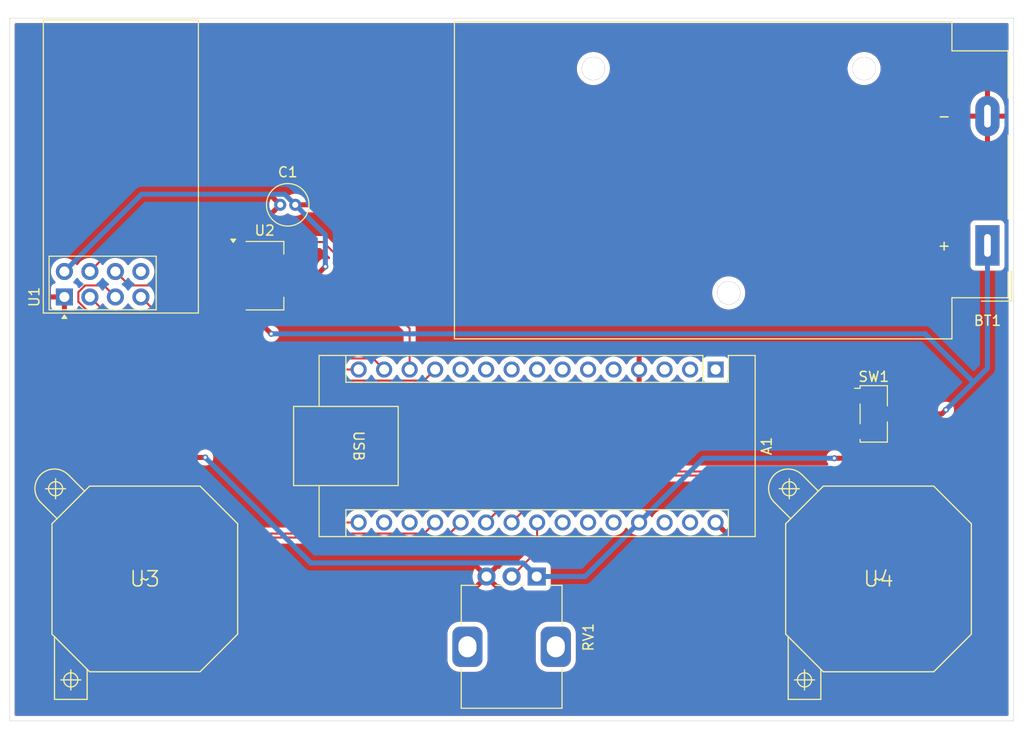
<source format=kicad_pcb>
(kicad_pcb (version 20241229) (generator "pcbnew") (generator_version "9.0")
  (layers (0 "F.Cu" signal) (2 "B.Cu" signal) (13 "F.Paste" user) (15 "B.Paste" user) (5 "F.SilkS" user "F.Silkscreen") (7 "B.SilkS" user "B.Silkscreen") (1 "F.Mask" user) (3 "B.Mask" user) (25 "Edge.Cuts" user))
  (net 0 "")
  (net 2 "GND")
  (net 4 "/A0")
  (net 6 "/A3")
  (net 9 "/MOSI")
  (net 11 "+5V")
  (net 12 "/SCK")
  (net 16 "Net-(A1-VIN)")
  (net 17 "/CE")
  (net 19 "/A4")
  (net 23 "/A2")
  (net 24 "/A1")
  (net 25 "/MISO")
  (net 27 "/CSN")
  (net 31 "/+Battery")
  (net 32 "+3.3V")
  (footprint "Module:Arduino_Nano" (layer "F.Cu") (at 172.3772 92.7088 -90)
    (property "Reference" "A1" (at 7.62 -5.08 90) (layer "F.SilkS"))
    (property "Value" "Arduino_Nano_v3.x")
    (fp_line (start 3.68 42.04) (end 3.68 31.62) (stroke (width 0.12)) (layer "F.SilkS"))
    (fp_line (start 11.56 42.04) (end 3.68 42.04) (stroke (width 0.12)) (layer "F.SilkS"))
    (fp_line (start -1.4 39.5) (end 3.68 39.5) (stroke (width 0.12)) (layer "F.SilkS"))
    (fp_line (start 16.64 39.5) (end 11.56 39.5) (stroke (width 0.12)) (layer "F.SilkS"))
    (fp_line (start 16.64 39.5) (end 16.64 -3.94) (stroke (width 0.12)) (layer "F.SilkS"))
    (fp_line (start 1.27 36.83) (end -1.4 36.83) (stroke (width 0.12)) (layer "F.SilkS"))
    (fp_line (start 13.97 36.83) (end 16.64 36.83) (stroke (width 0.12)) (layer "F.SilkS"))
    (fp_line (start 3.68 31.62) (end 11.56 31.62) (stroke (width 0.12)) (layer "F.SilkS"))
    (fp_line (start 11.56 31.62) (end 11.56 42.04) (stroke (width 0.12)) (layer "F.SilkS"))
    (fp_line (start -1.4 1.27) (end -1.4 39.5) (stroke (width 0.12)) (layer "F.SilkS"))
    (fp_line (start 1.27 1.27) (end 1.27 36.83) (stroke (width 0.12)) (layer "F.SilkS"))
    (fp_line (start 1.27 1.27) (end -1.4 1.27) (stroke (width 0.12)) (layer "F.SilkS"))
    (fp_line (start 1.27 1.27) (end 1.27 -1.27) (stroke (width 0.12)) (layer "F.SilkS"))
    (fp_line (start 1.27 -1.27) (end -1.4 -1.27) (stroke (width 0.12)) (layer "F.SilkS"))
    (fp_line (start 13.97 -1.27) (end 13.97 36.83) (stroke (width 0.12)) (layer "F.SilkS"))
    (fp_line (start 13.97 -1.27) (end 16.64 -1.27) (stroke (width 0.12)) (layer "F.SilkS"))
    (fp_line (start -1.4 -3.94) (end -1.4 -1.27) (stroke (width 0.12)) (layer "F.SilkS"))
    (fp_line (start 16.64 -3.94) (end -1.4 -3.94) (stroke (width 0.12)) (layer "F.SilkS"))
    (fp_text user "USB" (at 7.62 35.56 270) (layer "F.SilkS"))
    (pad "1" thru_hole rect (at 0 0 270) (size 1.6 1.6) (drill 1) (layers "*.Cu" "*.Mask"))
    (pad "2" thru_hole oval (at 0 2.54 270) (size 1.6 1.6) (drill 1) (layers "*.Cu" "*.Mask"))
    (pad "3" thru_hole oval (at 0 5.08 270) (size 1.6 1.6) (drill 1) (layers "*.Cu" "*.Mask"))
    (pad "4" thru_hole oval (at 0 7.62 270) (size 1.6 1.6) (drill 1) (layers "*.Cu" "*.Mask") (net 2 "GND"))
    (pad "5" thru_hole oval (at 0 10.16 270) (size 1.6 1.6) (drill 1) (layers "*.Cu" "*.Mask"))
    (pad "6" thru_hole oval (at 0 12.7 270) (size 1.6 1.6) (drill 1) (layers "*.Cu" "*.Mask"))
    (pad "7" thru_hole oval (at 0 15.24 270) (size 1.6 1.6) (drill 1) (layers "*.Cu" "*.Mask"))
    (pad "8" thru_hole oval (at 0 17.78 270) (size 1.6 1.6) (drill 1) (layers "*.Cu" "*.Mask"))
    (pad "9" thru_hole oval (at 0 20.32 270) (size 1.6 1.6) (drill 1) (layers "*.Cu" "*.Mask"))
    (pad "10" thru_hole oval (at 0 22.86 270) (size 1.6 1.6) (drill 1) (layers "*.Cu" "*.Mask"))
    (pad "11" thru_hole oval (at 0 25.4 270) (size 1.6 1.6) (drill 1) (layers "*.Cu" "*.Mask"))
    (pad "12" thru_hole oval (at 0 27.94 270) (size 1.6 1.6) (drill 1) (layers "*.Cu" "*.Mask") (net 17 "/CE"))
    (pad "13" thru_hole oval (at 0 30.48 270) (size 1.6 1.6) (drill 1) (layers "*.Cu" "*.Mask") (net 27 "/CSN"))
    (pad "14" thru_hole oval (at 0 33.02 270) (size 1.6 1.6) (drill 1) (layers "*.Cu" "*.Mask") (net 9 "/MOSI"))
    (pad "15" thru_hole oval (at 0 35.56 270) (size 1.6 1.6) (drill 1) (layers "*.Cu" "*.Mask") (net 25 "/MISO"))
    (pad "16" thru_hole oval (at 15.24 35.56 270) (size 1.6 1.6) (drill 1) (layers "*.Cu" "*.Mask") (net 12 "/SCK"))
    (pad "17" thru_hole oval (at 15.24 33.02 270) (size 1.6 1.6) (drill 1) (layers "*.Cu" "*.Mask"))
    (pad "18" thru_hole oval (at 15.24 30.48 270) (size 1.6 1.6) (drill 1) (layers "*.Cu" "*.Mask"))
    (pad "19" thru_hole oval (at 15.24 27.94 270) (size 1.6 1.6) (drill 1) (layers "*.Cu" "*.Mask") (net 4 "/A0"))
    (pad "20" thru_hole oval (at 15.24 25.4 270) (size 1.6 1.6) (drill 1) (layers "*.Cu" "*.Mask") (net 24 "/A1"))
    (pad "21" thru_hole oval (at 15.24 22.86 270) (size 1.6 1.6) (drill 1) (layers "*.Cu" "*.Mask") (net 23 "/A2"))
    (pad "22" thru_hole oval (at 15.24 20.32 270) (size 1.6 1.6) (drill 1) (layers "*.Cu" "*.Mask") (net 6 "/A3"))
    (pad "23" thru_hole oval (at 15.24 17.78 270) (size 1.6 1.6) (drill 1) (layers "*.Cu" "*.Mask") (net 19 "/A4"))
    (pad "24" thru_hole oval (at 15.24 15.24 270) (size 1.6 1.6) (drill 1) (layers "*.Cu" "*.Mask"))
    (pad "25" thru_hole oval (at 15.24 12.7 270) (size 1.6 1.6) (drill 1) (layers "*.Cu" "*.Mask"))
    (pad "26" thru_hole oval (at 15.24 10.16 270) (size 1.6 1.6) (drill 1) (layers "*.Cu" "*.Mask"))
    (pad "27" thru_hole oval (at 15.24 7.62 270) (size 1.6 1.6) (drill 1) (layers "*.Cu" "*.Mask") (net 11 "+5V"))
    (pad "28" thru_hole oval (at 15.24 5.08 270) (size 1.6 1.6) (drill 1) (layers "*.Cu" "*.Mask"))
    (pad "29" thru_hole oval (at 15.24 2.54 270) (size 1.6 1.6) (drill 1) (layers "*.Cu" "*.Mask"))
    (pad "30" thru_hole oval (at 15.24 0 270) (size 1.6 1.6) (drill 1) (layers "*.Cu" "*.Mask") (net 16 "Net-(A1-VIN)"))
  )
  (footprint "Sparkyfun:JOYSTICK-PSP1000" (layer "F.Cu") (at 188.606544 113.571134)
    (property "Reference" "U4" (at 0 0 0) (layer "F.SilkS") (effects (font (size 1.524 1.524))))
    (property "Value" "~" (at 0 0 0) (layer "F.SilkS") (effects (font (size 1.524 1.524))))
    (fp_line (start -10.39876 -7.65556) (end -8.74776 -5.99948) (stroke (width 0.127)) (layer "F.SilkS"))
    (fp_line (start -9.88822 -8.98398) (end -7.88924 -8.98398) (stroke (width 0.127)) (layer "F.SilkS"))
    (fp_line (start -9.24814 5.4991) (end -9.24814 -5.4991) (stroke (width 0.127)) (layer "F.SilkS"))
    (fp_line (start -9.24814 5.4991) (end -8.99922 5.74802) (stroke (width 0.127)) (layer "F.SilkS"))
    (fp_line (start -8.99922 5.74802) (end -8.99922 11.99896) (stroke (width 0.127)) (layer "F.SilkS"))
    (fp_line (start -8.99922 5.74802) (end -5.74802 8.99922) (stroke (width 0.127)) (layer "F.SilkS"))
    (fp_line (start -8.99922 11.99896) (end -5.74802 11.99896) (stroke (width 0.127)) (layer "F.SilkS"))
    (fp_line (start -8.89 -7.98322) (end -8.89 -9.98474) (stroke (width 0.127)) (layer "F.SilkS"))
    (fp_line (start -8.74776 -5.99948) (end -9.24814 -5.4991) (stroke (width 0.127)) (layer "F.SilkS"))
    (fp_line (start -8.37438 10.0584) (end -6.37286 10.0584) (stroke (width 0.127)) (layer "F.SilkS"))
    (fp_line (start -7.64794 -10.40638) (end -5.99948 -8.74776) (stroke (width 0.127)) (layer "F.SilkS"))
    (fp_line (start -7.37362 11.05916) (end -7.37362 9.05764) (stroke (width 0.127)) (layer "F.SilkS"))
    (fp_line (start -5.99948 -8.74776) (end -8.74776 -5.99948) (stroke (width 0.127)) (layer "F.SilkS"))
    (fp_line (start -5.74802 8.99922) (end -5.4991 9.24814) (stroke (width 0.127)) (layer "F.SilkS"))
    (fp_line (start -5.74802 11.99896) (end -5.74802 8.99922) (stroke (width 0.127)) (layer "F.SilkS"))
    (fp_line (start -5.4991 -9.24814) (end -5.99948 -8.74776) (stroke (width 0.127)) (layer "F.SilkS"))
    (fp_line (start -5.4991 -9.24814) (end 5.4991 -9.24814) (stroke (width 0.127)) (layer "F.SilkS"))
    (fp_line (start -5.4991 9.24814) (end 5.4991 9.24814) (stroke (width 0.127)) (layer "F.SilkS"))
    (fp_line (start 5.4991 -9.24814) (end 9.24814 -5.4991) (stroke (width 0.127)) (layer "F.SilkS"))
    (fp_line (start 9.24814 5.4991) (end 5.4991 9.24814) (stroke (width 0.127)) (layer "F.SilkS"))
    (fp_line (start 9.24814 5.4991) (end 9.24814 -5.4991) (stroke (width 0.127)) (layer "F.SilkS"))
    (fp_arc (start -10.37844 -7.63016) (mid -10.37844 -10.37844) (end -7.63016 -10.37844) (stroke (width 0.127)) (layer "F.SilkS"))
    (fp_circle (center -8.89 -8.98398) (end -9.38784 -9.48182) (stroke (width 0.127)) (fill no) (layer "F.SilkS"))
    (fp_circle (center -7.37362 10.0584) (end -7.87146 10.55624) (stroke (width 0.127)) (fill no) (layer "F.SilkS"))
    (pad "1" smd rect (at -2.99974 -7.74954 90) (size 4.49834 1.4986) (layers "F.Cu" "F.Mask" "F.Paste") (net 2 "GND"))
    (pad "2" smd rect (at 0.99822 -7.74954 90) (size 4.49834 1.4986) (layers "F.Cu" "F.Mask" "F.Paste") (net 11 "+5V"))
    (pad "3" smd rect (at 2.99974 -7.74954 90) (size 4.49834 1.4986) (layers "F.Cu" "F.Mask" "F.Paste") (net 23 "/A2"))
    (pad "4" smd rect (at -0.99822 -7.74954 90) (size 4.49834 1.4986) (layers "F.Cu" "F.Mask" "F.Paste") (net 6 "/A3"))
  )
  (footprint "RF_Module:nRF24L01_Breakout" (layer "F.Cu") (at 107.5066 85.4843 90)
    (property "Reference" "U1" (at 0 -3 90) (layer "F.SilkS"))
    (property "Value" "NRF24L01_Breakout")
    (fp_line (start 27.6 -2.1) (end 27.6 13.35) (stroke (width 0.12)) (layer "F.SilkS"))
    (fp_line (start -1.6 -2.1) (end 27.6 -2.1) (stroke (width 0.12)) (layer "F.SilkS"))
    (fp_line (start -1.6 -2.1) (end -1.6 -2.1) (stroke (width 0.12)) (layer "F.SilkS"))
    (fp_line (start 4.064 -1.524) (end 4.064 9.144) (stroke (width 0.12)) (layer "F.SilkS"))
    (fp_line (start -1.27 -1.524) (end 4.064 -1.524) (stroke (width 0.12)) (layer "F.SilkS"))
    (fp_line (start -1.27 -1.524) (end -1.27 -1.524) (stroke (width 0.12)) (layer "F.SilkS"))
    (fp_line (start 4.064 9.144) (end -1.27 9.144) (stroke (width 0.12)) (layer "F.SilkS"))
    (fp_line (start -1.27 9.144) (end -1.27 -1.524) (stroke (width 0.12)) (layer "F.SilkS"))
    (fp_line (start -1.27 9.144) (end -1.27 9.144) (stroke (width 0.12)) (layer "F.SilkS"))
    (fp_line (start 27.6 13.35) (end -1.6 13.35) (stroke (width 0.12)) (layer "F.SilkS"))
    (fp_line (start -1.6 13.35) (end -1.6 -2.1) (stroke (width 0.12)) (layer "F.SilkS"))
    (fp_poly (pts (xy -1.8 0) (xy -2.136 0.24) (xy -2.136 -0.24) (xy -1.8 0)) (stroke (width 0.12)) (fill yes) (layer "F.SilkS"))
    (pad "1" thru_hole rect (at 0 0 90) (size 1.7 1.7) (drill 1) (layers "*.Cu" "*.Mask") (net 2 "GND"))
    (pad "2" thru_hole circle (at 2.54 0 90) (size 1.7 1.7) (drill 1) (layers "*.Cu" "*.Mask") (net 32 "+3.3V"))
    (pad "3" thru_hole circle (at 0 2.54 90) (size 1.7 1.7) (drill 1) (layers "*.Cu" "*.Mask") (net 17 "/CE"))
    (pad "4" thru_hole circle (at 2.54 2.54 90) (size 1.7 1.7) (drill 1) (layers "*.Cu" "*.Mask") (net 27 "/CSN"))
    (pad "5" thru_hole circle (at 0 5.08 90) (size 1.7 1.7) (drill 1) (layers "*.Cu" "*.Mask") (net 12 "/SCK"))
    (pad "6" thru_hole circle (at 2.54 5.08 90) (size 1.7 1.7) (drill 1) (layers "*.Cu" "*.Mask") (net 9 "/MOSI"))
    (pad "7" thru_hole circle (at 0 7.62 90) (size 1.7 1.7) (drill 1) (layers "*.Cu" "*.Mask") (net 25 "/MISO"))
    (pad "8" thru_hole circle (at 2.54 7.62 90) (size 1.7 1.7) (drill 1) (layers "*.Cu" "*.Mask"))
  )
  (footprint "Potentiometer_THT:Potentiometer_Alps_RK09K_Single_Vertical" (layer "F.Cu") (at 154.5572 113.33 -90)
    (property "Reference" "RV1" (at 6.05 -5.15 90) (layer "F.SilkS"))
    (property "Value" "R_Potentiometer")
    (fp_line (start 0.88 7.52) (end 4.817 7.52) (stroke (width 0.12)) (layer "F.SilkS"))
    (fp_line (start 9.184 7.52) (end 13.12 7.52) (stroke (width 0.12)) (layer "F.SilkS"))
    (fp_line (start 0.88 5.87) (end 0.88 7.52) (stroke (width 0.12)) (layer "F.SilkS"))
    (fp_line (start 0.88 3.371) (end 0.88 4.13) (stroke (width 0.12)) (layer "F.SilkS"))
    (fp_line (start 0.88 1.25) (end 0.88 1.63) (stroke (width 0.12)) (layer "F.SilkS"))
    (fp_line (start 0.88 -2.521) (end 0.88 -1.2) (stroke (width 0.12)) (layer "F.SilkS"))
    (fp_line (start 0.88 -2.521) (end 4.817 -2.521) (stroke (width 0.12)) (layer "F.SilkS"))
    (fp_line (start 9.184 -2.521) (end 13.12 -2.521) (stroke (width 0.12)) (layer "F.SilkS"))
    (fp_line (start 13.12 -2.521) (end 13.12 7.52) (stroke (width 0.12)) (layer "F.SilkS"))
    (pad "1" thru_hole rect (at 0 0 270) (size 1.8 1.8) (drill 1) (layers "*.Cu" "*.Mask") (net 11 "+5V"))
    (pad "2" thru_hole circle (at 0 2.5 270) (size 1.8 1.8) (drill 1) (layers "*.Cu" "*.Mask") (net 19 "/A4"))
    (pad "3" thru_hole circle (at 0 5 270) (size 1.8 1.8) (drill 1) (layers "*.Cu" "*.Mask") (net 2 "GND"))
    (pad "MP" thru_hole roundrect (at 7 -1.9 270) (size 4 3) (drill oval 2.1 1.8) (layers "*.Cu" "*.Mask"))
    (pad "MP" thru_hole roundrect (at 7 6.9 270) (size 4 3) (drill oval 2.1 1.8) (layers "*.Cu" "*.Mask"))
  )
  (footprint "Button_Switch_SMD:Nidec_Copal_CAS-120A" (layer "F.Cu") (at 188.1308 97.1296)
    (property "Reference" "SW1" (at 0 -3.7 0) (layer "F.SilkS"))
    (property "Value" "SW_Nidec_CAS-120A1")
    (fp_line (start -1.36 -2.81) (end 1.36 -2.81) (stroke (width 0.12)) (layer "F.SilkS"))
    (fp_line (start -1.36 -2.55) (end -1.9 -2.55) (stroke (width 0.12)) (layer "F.SilkS"))
    (fp_line (start -1.36 -2.55) (end -1.36 -2.8) (stroke (width 0.12)) (layer "F.SilkS"))
    (fp_line (start -1.36 -0.98) (end -1.36 0.98) (stroke (width 0.12)) (layer "F.SilkS"))
    (fp_line (start -1.36 2.81) (end -1.36 2.55) (stroke (width 0.12)) (layer "F.SilkS"))
    (fp_line (start 1.35 2.81) (end -1.35 2.81) (stroke (width 0.12)) (layer "F.SilkS"))
    (fp_line (start 1.36 -2.81) (end 1.36 -0.8) (stroke (width 0.12)) (layer "F.SilkS"))
    (fp_line (start 1.36 0.8) (end 1.36 2.81) (stroke (width 0.12)) (layer "F.SilkS"))
    (pad "1" smd roundrect (at -1.15 -1.75 270) (size 1 1.6) (layers "F.Cu" "F.Mask" "F.Paste") (net 16 "Net-(A1-VIN)"))
    (pad "2" smd roundrect (at 1.15 0 270) (size 1 1.6) (layers "F.Cu" "F.Mask" "F.Paste") (net 31 "/+Battery"))
    (pad "3" smd roundrect (at -1.15 1.75 270) (size 1 1.6) (layers "F.Cu" "F.Mask" "F.Paste"))
  )
  (footprint "Sparkyfun:JOYSTICK-PSP1000" (layer "F.Cu") (at 115.5192 113.571134)
    (property "Reference" "U3" (at 0 0 0) (layer "F.SilkS") (effects (font (size 1.524 1.524))))
    (property "Value" "~" (at 0 0 0) (layer "F.SilkS") (effects (font (size 1.524 1.524))))
    (fp_line (start -10.39876 -7.65556) (end -8.74776 -5.99948) (stroke (width 0.127)) (layer "F.SilkS"))
    (fp_line (start -9.88822 -8.98398) (end -7.88924 -8.98398) (stroke (width 0.127)) (layer "F.SilkS"))
    (fp_line (start -9.24814 5.4991) (end -9.24814 -5.4991) (stroke (width 0.127)) (layer "F.SilkS"))
    (fp_line (start -9.24814 5.4991) (end -8.99922 5.74802) (stroke (width 0.127)) (layer "F.SilkS"))
    (fp_line (start -8.99922 5.74802) (end -8.99922 11.99896) (stroke (width 0.127)) (layer "F.SilkS"))
    (fp_line (start -8.99922 5.74802) (end -5.74802 8.99922) (stroke (width 0.127)) (layer "F.SilkS"))
    (fp_line (start -8.99922 11.99896) (end -5.74802 11.99896) (stroke (width 0.127)) (layer "F.SilkS"))
    (fp_line (start -8.89 -7.98322) (end -8.89 -9.98474) (stroke (width 0.127)) (layer "F.SilkS"))
    (fp_line (start -8.74776 -5.99948) (end -9.24814 -5.4991) (stroke (width 0.127)) (layer "F.SilkS"))
    (fp_line (start -8.37438 10.0584) (end -6.37286 10.0584) (stroke (width 0.127)) (layer "F.SilkS"))
    (fp_line (start -7.64794 -10.40638) (end -5.99948 -8.74776) (stroke (width 0.127)) (layer "F.SilkS"))
    (fp_line (start -7.37362 11.05916) (end -7.37362 9.05764) (stroke (width 0.127)) (layer "F.SilkS"))
    (fp_line (start -5.99948 -8.74776) (end -8.74776 -5.99948) (stroke (width 0.127)) (layer "F.SilkS"))
    (fp_line (start -5.74802 8.99922) (end -5.4991 9.24814) (stroke (width 0.127)) (layer "F.SilkS"))
    (fp_line (start -5.74802 11.99896) (end -5.74802 8.99922) (stroke (width 0.127)) (layer "F.SilkS"))
    (fp_line (start -5.4991 -9.24814) (end -5.99948 -8.74776) (stroke (width 0.127)) (layer "F.SilkS"))
    (fp_line (start -5.4991 -9.24814) (end 5.4991 -9.24814) (stroke (width 0.127)) (layer "F.SilkS"))
    (fp_line (start -5.4991 9.24814) (end 5.4991 9.24814) (stroke (width 0.127)) (layer "F.SilkS"))
    (fp_line (start 5.4991 -9.24814) (end 9.24814 -5.4991) (stroke (width 0.127)) (layer "F.SilkS"))
    (fp_line (start 9.24814 5.4991) (end 5.4991 9.24814) (stroke (width 0.127)) (layer "F.SilkS"))
    (fp_line (start 9.24814 5.4991) (end 9.24814 -5.4991) (stroke (width 0.127)) (layer "F.SilkS"))
    (fp_arc (start -10.37844 -7.63016) (mid -10.37844 -10.37844) (end -7.63016 -10.37844) (stroke (width 0.127)) (layer "F.SilkS"))
    (fp_circle (center -8.89 -8.98398) (end -9.38784 -9.48182) (stroke (width 0.127)) (fill no) (layer "F.SilkS"))
    (fp_circle (center -7.37362 10.0584) (end -7.87146 10.55624) (stroke (width 0.127)) (fill no) (layer "F.SilkS"))
    (pad "1" smd rect (at -2.99974 -7.74954 90) (size 4.49834 1.4986) (layers "F.Cu" "F.Mask" "F.Paste") (net 2 "GND"))
    (pad "2" smd rect (at 0.99822 -7.74954 90) (size 4.49834 1.4986) (layers "F.Cu" "F.Mask" "F.Paste") (net 11 "+5V"))
    (pad "3" smd rect (at 2.99974 -7.74954 90) (size 4.49834 1.4986) (layers "F.Cu" "F.Mask" "F.Paste") (net 4 "/A0"))
    (pad "4" smd rect (at -0.99822 -7.74954 90) (size 4.49834 1.4986) (layers "F.Cu" "F.Mask" "F.Paste") (net 24 "/A1"))
  )
  (footprint "Package_TO_SOT_SMD:SOT-223-3_TabPin2" (layer "F.Cu") (at 127.4568 83.3628)
    (property "Reference" "U2" (at 0 -4.5 0) (layer "F.SilkS"))
    (property "Value" "AMS1117")
    (fp_line (start -1.85 -3.41) (end 1.91 -3.41) (stroke (width 0.12)) (layer "F.SilkS"))
    (fp_line (start -1.85 3.41) (end 1.91 3.41) (stroke (width 0.12)) (layer "F.SilkS"))
    (fp_line (start 1.91 -3.41) (end 1.91 -2.15) (stroke (width 0.12)) (layer "F.SilkS"))
    (fp_line (start 1.91 3.41) (end 1.91 2.15) (stroke (width 0.12)) (layer "F.SilkS"))
    (fp_poly (pts (xy -3.13 -3.31) (xy -3.37 -3.64) (xy -2.89 -3.64) (xy -3.13 -3.31)) (stroke (width 0.12)) (fill yes) (layer "F.SilkS"))
    (pad "1" smd roundrect (at -3.15 -2.3) (size 2 1.5) (layers "F.Cu" "F.Mask" "F.Paste") (net 2 "GND"))
    (pad "2" smd roundrect (at -3.15 0) (size 2 1.5) (layers "F.Cu" "F.Mask" "F.Paste") (net 32 "+3.3V"))
    (pad "2" smd roundrect (at 3.15 0) (size 2 3.8) (layers "F.Cu" "F.Mask" "F.Paste") (net 32 "+3.3V"))
    (pad "3" smd roundrect (at -3.15 2.3) (size 2 1.5) (layers "F.Cu" "F.Mask" "F.Paste") (net 31 "/+Battery"))
  )
  (footprint "Capacitor_THT:C_Radial_D4.0mm_H5.0mm_P1.50mm" (layer "F.Cu") (at 129.0052 76.3016)
    (property "Reference" "C1" (at 0.75 -3.25 0) (layer "F.SilkS"))
    (property "Value" "10uf")
    (fp_circle (center 0.75 0) (end 2.87 0) (stroke (width 0.12)) (fill no) (layer "F.SilkS"))
    (pad "1" thru_hole circle (at 0 0) (size 1.2 1.2) (drill 0.6) (layers "*.Cu" "*.Mask") (net 2 "GND"))
    (pad "2" thru_hole circle (at 1.5 0) (size 1.2 1.2) (drill 0.6) (layers "*.Cu" "*.Mask") (net 32 "+3.3V"))
  )
  (footprint "Battery:BatteryHolder_MPD_BA9VPC_1xPP3" (layer "F.Cu") (at 199.4592 80.3482 180)
    (property "Reference" "BT1" (at 0 -7.5 0) (layer "F.SilkS"))
    (property "Value" "Battery")
    (fp_line (start 53.1 22.28) (end 53.1 -9.31) (stroke (width 0.12)) (layer "F.SilkS"))
    (fp_line (start 53.1 22.28) (end 3.54 22.28) (stroke (width 0.12)) (layer "F.SilkS"))
    (fp_line (start 53.1 -9.31) (end 3.54 -9.31) (stroke (width 0.12)) (layer "F.SilkS"))
    (fp_line (start 3.54 22.28) (end 3.54 19.38) (stroke (width 0.12)) (layer "F.SilkS"))
    (fp_line (start 3.54 19.38) (end -2.06 19.38) (stroke (width 0.12)) (layer "F.SilkS"))
    (fp_line (start 3.54 -5.21) (end -2.06 -5.21) (stroke (width 0.12)) (layer "F.SilkS"))
    (fp_line (start 3.54 -9.31) (end 3.54 -5.21) (stroke (width 0.12)) (layer "F.SilkS"))
    (fp_line (start -2.06 19.38) (end -2.06 14.7) (stroke (width 0.12)) (layer "F.SilkS"))
    (fp_line (start -2.06 2.65) (end -2.06 11) (stroke (width 0.12)) (layer "F.SilkS"))
    (fp_line (start -2.06 -5.21) (end -2.06 -2.65) (stroke (width 0.12)) (layer "F.SilkS"))
    (fp_line (start -2.4 -5.55) (end 0.6 -5.55) (stroke (width 0.12)) (layer "F.SilkS"))
    (fp_line (start -2.4 -5.55) (end -2.4 -2.55) (stroke (width 0.12)) (layer "F.SilkS"))
    (fp_text user "+" (at 3.6 0 0) (layer "F.SilkS") (effects (justify right)))
    (fp_text user "-" (at 3.6 12.88 0) (layer "F.SilkS") (effects (justify right)))
    (pad "" np_thru_hole circle (at 12.29 17.62 180) (size 2.3 2.3) (drill 2.29) (layers "*.Cu" "*.Mask"))
    (pad "" np_thru_hole circle (at 25.78 -4.73 180) (size 2.3 2.3) (drill 2.29) (layers "*.Cu" "*.Mask"))
    (pad "" np_thru_hole circle (at 39.26 17.62 180) (size 2.3 2.3) (drill 2.29) (layers "*.Cu" "*.Mask"))
    (pad "1" thru_hole rect (at 0 0 180) (size 2.41 4.02) (drill oval 0.66 2.27) (layers "*.Cu" "*.Mask") (net 31 "/+Battery"))
    (pad "2" thru_hole oval (at 0 12.88 180) (size 2.41 4.02) (drill oval 0.66 2.27) (layers "*.Cu" "*.Mask") (net 2 "GND"))
  )
  (gr_rect (start 102.0572 57.7088) (end 202.0572 127.7088) (stroke (width 0.05)) (fill no) (layer "Edge.Cuts"))
  (segment (start 121.747146 109.0498) (end 118.51894 105.821594) (width 0.2) (layer "F.Cu") (net 4))
  (segment (start 143.3362 109.0498) (end 121.747146 109.0498) (width 0.2) (layer "F.Cu") (net 4))
  (segment (start 144.4372 107.9488) (end 143.3362 109.0498) (width 0.2) (layer "F.Cu") (net 4))
  (segment (start 187.608324 104.222644) (end 187.608324 105.821594) (width 0.2) (layer "F.Cu") (net 6))
  (segment (start 186.657104 103.271424) (end 187.608324 104.222644) (width 0.2) (layer "F.Cu") (net 6))
  (segment (start 156.734576 103.271424) (end 186.657104 103.271424) (width 0.2) (layer "F.Cu") (net 6))
  (segment (start 152.0572 107.9488) (end 156.734576 103.271424) (width 0.2) (layer "F.Cu") (net 6))
  (segment (start 138.2562 91.6078) (end 139.3572 92.7088) (width 0.2) (layer "F.Cu") (net 9))
  (segment (start 121.021292 84.3333) (end 128.295792 91.6078) (width 0.2) (layer "F.Cu") (net 9))
  (segment (start 128.295792 91.6078) (end 138.2562 91.6078) (width 0.2) (layer "F.Cu") (net 9))
  (segment (start 112.5866 82.9443) (end 113.9756 84.3333) (width 0.2) (layer "F.Cu") (net 9))
  (segment (start 113.9756 84.3333) (end 121.021292 84.3333) (width 0.2) (layer "F.Cu") (net 9))
  (segment (start 184.2008 101.5492) (end 191.23436 101.5492) (width 0.5) (layer "F.Cu") (net 11))
  (segment (start 117.475 101.473) (end 116.51742 102.43058) (width 0.5) (layer "F.Cu") (net 11))
  (segment (start 190.405984 108.521764) (end 189.604764 107.720544) (width 0.5) (layer "F.Cu") (net 11))
  (segment (start 121.539 101.473) (end 117.475 101.473) (width 0.5) (layer "F.Cu") (net 11))
  (segment (start 189.604764 107.720544) (end 189.604764 105.821594) (width 0.5) (layer "F.Cu") (net 11))
  (segment (start 191.23436 101.5492) (end 192.806584 103.121424) (width 0.5) (layer "F.Cu") (net 11))
  (segment (start 192.806584 108.521764) (end 190.405984 108.521764) (width 0.5) (layer "F.Cu") (net 11))
  (segment (start 116.51742 102.43058) (end 116.51742 105.821594) (width 0.5) (layer "F.Cu") (net 11))
  (segment (start 192.806584 103.121424) (end 192.806584 108.521764) (width 0.5) (layer "F.Cu") (net 11))
  (via (at 121.539 101.473) (size 0.6) (drill 0.3) (layers "F.Cu" "B.Cu") (net 11))
  (via (at 184.2008 101.5492) (size 0.6) (drill 0.3) (layers "F.Cu" "B.Cu") (net 11))
  (segment (start 132.045 111.979) (end 121.539 101.473) (width 0.5) (layer "B.Cu") (net 11))
  (segment (start 164.7572 107.9488) (end 171.1568 101.5492) (width 0.5) (layer "B.Cu") (net 11))
  (segment (start 154.5572 113.33) (end 153.2062 111.979) (width 0.5) (layer "B.Cu") (net 11))
  (segment (start 153.2062 111.979) (end 132.045 111.979) (width 0.5) (layer "B.Cu") (net 11))
  (segment (start 154.5572 113.33) (end 159.376 113.33) (width 0.5) (layer "B.Cu") (net 11))
  (segment (start 121.539 101.473) (end 121.5136 101.4476) (width 0.5) (layer "B.Cu") (net 11))
  (segment (start 171.1568 101.5492) (end 184.2008 101.5492) (width 0.5) (layer "B.Cu") (net 11))
  (segment (start 159.376 113.33) (end 164.7572 107.9488) (width 0.5) (layer "B.Cu") (net 11))
  (segment (start 184.2008 101.5492) (end 184.2516 101.5492) (width 0.5) (layer "B.Cu") (net 11))
  (segment (start 108.8956 85.00754) (end 108.8956 85.96106) (width 0.2) (layer "F.Cu") (net 12))
  (segment (start 130.88334 107.9488) (end 136.8172 107.9488) (width 0.2) (layer "F.Cu") (net 12))
  (segment (start 111.4356 84.3333) (end 109.56984 84.3333) (width 0.2) (layer "F.Cu") (net 12))
  (segment (start 108.8956 85.96106) (end 130.88334 107.9488) (width 0.2) (layer "F.Cu") (net 12))
  (segment (start 109.56984 84.3333) (end 108.8956 85.00754) (width 0.2) (layer "F.Cu") (net 12))
  (segment (start 112.5866 85.4843) (end 111.4356 84.3333) (width 0.2) (layer "F.Cu") (net 12))
  (segment (start 191.201108 100.8482) (end 191.524724 100.8482) (width 0.5) (layer "F.Cu") (net 16))
  (segment (start 173.651164 109.222764) (end 172.3772 107.9488) (width 0.5) (layer "F.Cu") (net 16))
  (segment (start 191.524724 100.8482) (end 193.507584 102.83106) (width 0.5) (layer "F.Cu") (net 16))
  (segment (start 186.9808 95.3796) (end 186.9808 96.627892) (width 0.5) (layer "F.Cu") (net 16))
  (segment (start 193.507584 102.83106) (end 193.507584 108.812128) (width 0.5) (layer "F.Cu") (net 16))
  (segment (start 193.507584 108.812128) (end 193.096948 109.222764) (width 0.5) (layer "F.Cu") (net 16))
  (segment (start 186.9808 96.627892) (end 191.201108 100.8482) (width 0.5) (layer "F.Cu") (net 16))
  (segment (start 193.096948 109.222764) (end 173.651164 109.222764) (width 0.5) (layer "F.Cu") (net 16))
  (segment (start 110.0466 85.4843) (end 118.3721 93.8098) (width 0.2) (layer "F.Cu") (net 17))
  (segment (start 143.3362 93.8098) (end 144.4372 92.7088) (width 0.2) (layer "F.Cu") (net 17))
  (segment (start 118.3721 93.8098) (end 143.3362 93.8098) (width 0.2) (layer "F.Cu") (net 17))
  (segment (start 154.5972 110.79) (end 152.0572 113.33) (width 0.2) (layer "F.Cu") (net 19))
  (segment (start 154.5972 107.9488) (end 154.5972 110.79) (width 0.2) (layer "F.Cu") (net 19))
  (segment (start 191.606284 107.321464) (end 191.606284 105.821594) (width 0.2) (layer "F.Cu") (net 23))
  (segment (start 190.154984 102.870424) (end 191.606284 104.321724) (width 0.2) (layer "F.Cu") (net 23))
  (segment (start 149.5172 107.9488) (end 154.595576 102.870424) (width 0.2) (layer "F.Cu") (net 23))
  (segment (start 191.606284 104.321724) (end 191.606284 105.821594) (width 0.2) (layer "F.Cu") (net 23))
  (segment (start 154.595576 102.870424) (end 190.154984 102.870424) (width 0.2) (layer "F.Cu") (net 23))
  (segment (start 114.52098 107.321464) (end 114.52098 105.821594) (width 0.2) (layer "F.Cu") (net 24))
  (segment (start 146.9772 107.9488) (end 145.4752 109.4508) (width 0.2) (layer "F.Cu") (net 24))
  (segment (start 116.650316 109.4508) (end 114.52098 107.321464) (width 0.2) (layer "F.Cu") (net 24))
  (segment (start 145.4752 109.4508) (end 116.650316 109.4508) (width 0.2) (layer "F.Cu") (net 24))
  (segment (start 122.3511 92.7088) (end 136.8172 92.7088) (width 0.2) (layer "F.Cu") (net 25))
  (segment (start 115.1266 85.4843) (end 122.3511 92.7088) (width 0.2) (layer "F.Cu") (net 25))
  (segment (start 112.9791 80.0118) (end 133.29725 80.0118) (width 0.2) (layer "F.Cu") (net 27))
  (segment (start 110.0466 82.9443) (end 112.9791 80.0118) (width 0.2) (layer "F.Cu") (net 27))
  (segment (start 133.29725 80.0118) (end 141.8972 88.61175) (width 0.2) (layer "F.Cu") (net 27))
  (segment (start 141.8972 88.61175) (end 141.8972 92.7088) (width 0.2) (layer "F.Cu") (net 27))
  (segment (start 189.2808 97.1296) (end 194.9196 97.1296) (width 0.5) (layer "F.Cu") (net 31))
  (segment (start 194.9196 97.1296) (end 195.326 96.7232) (width 0.5) (layer "F.Cu") (net 31))
  (segment (start 124.6264 85.6628) (end 128.1176 89.154) (width 0.5) (layer "F.Cu") (net 31))
  (segment (start 124.3068 85.6628) (end 124.6264 85.6628) (width 0.5) (layer "F.Cu") (net 31))
  (via (at 195.326 96.7232) (size 0.6) (drill 0.3) (layers "F.Cu" "B.Cu") (net 31))
  (via (at 128.1176 89.154) (size 0.6) (drill 0.3) (layers "F.Cu" "B.Cu") (net 31))
  (segment (start 199.4592 92.59) (end 198.0692 93.98) (width 0.5) (layer "B.Cu") (net 31))
  (segment (start 198.0692 93.98) (end 195.326 96.7232) (width 0.5) (layer "B.Cu") (net 31))
  (segment (start 199.4592 80.3482) (end 199.4592 92.59) (width 0.5) (layer "B.Cu") (net 31))
  (segment (start 193.2432 89.154) (end 198.0692 93.98) (width 0.5) (layer "B.Cu") (net 31))
  (segment (start 128.1176 89.154) (end 193.2432 89.154) (width 0.5) (layer "B.Cu") (net 31))
  (segment (start 195.326 96.7232) (end 195.2752 96.774) (width 0.5) (layer "B.Cu") (net 31))
  (segment (start 133.9088 76.3016) (end 137.0584 79.4512) (width 0.5) (layer "F.Cu") (net 32))
  (segment (start 130.6068 83.3628) (end 132.588 83.3628) (width 0.5) (layer "F.Cu") (net 32))
  (segment (start 130.5052 76.3016) (end 133.9088 76.3016) (width 0.5) (layer "F.Cu") (net 32))
  (segment (start 132.588 83.3628) (end 133.5024 82.4484) (width 0.5) (layer "F.Cu") (net 32))
  (via (at 133.5024 82.4484) (size 0.6) (drill 0.3) (layers "F.Cu" "B.Cu") (net 32))
  (segment (start 107.5066 82.9443) (end 115.2003 75.2506) (width 0.5) (layer "B.Cu") (net 32))
  (segment (start 133.5024 82.4484) (end 133.5024 79.2988) (width 0.5) (layer "B.Cu") (net 32))
  (segment (start 115.2003 75.2506) (end 129.4542 75.2506) (width 0.5) (layer "B.Cu") (net 32))
  (segment (start 133.5024 79.2988) (end 130.5052 76.3016) (width 0.5) (layer "B.Cu") (net 32))
  (segment (start 129.4542 75.2506) (end 130.5052 76.3016) (width 0.5) (layer "B.Cu") (net 32))
  (zone (net 2) (net_name "GND") (layer "F.Cu") (connect_pads (clearance 0.5)) (min_thickness 0.25) (fill yes (thermal_gap 0.5) (thermal_bridge_width 0.5))
    (polygon (pts (xy 101.6508 56.8452) (xy 202.7936 57.5056) (xy 202.7936 129.286) (xy 101.6508 128.27)))
  )
  (zone (net 0) (net_name "") (layer "B.Cu") (priority 1) (connect_pads (clearance 0.5)) (min_thickness 0.25) (fill yes (thermal_gap 0.5) (thermal_bridge_width 0.5) (island_removal_mode 1) (island_area_min 10))
    (polygon (pts (xy 101.092 55.9308) (xy 202.946 56.7944) (xy 203.0984 129.8956) (xy 101.6 128.7272) (xy 101.1936 55.9308) (xy 101.1428 55.9308) (xy 101.092 55.9816)))
  )
)
</source>
